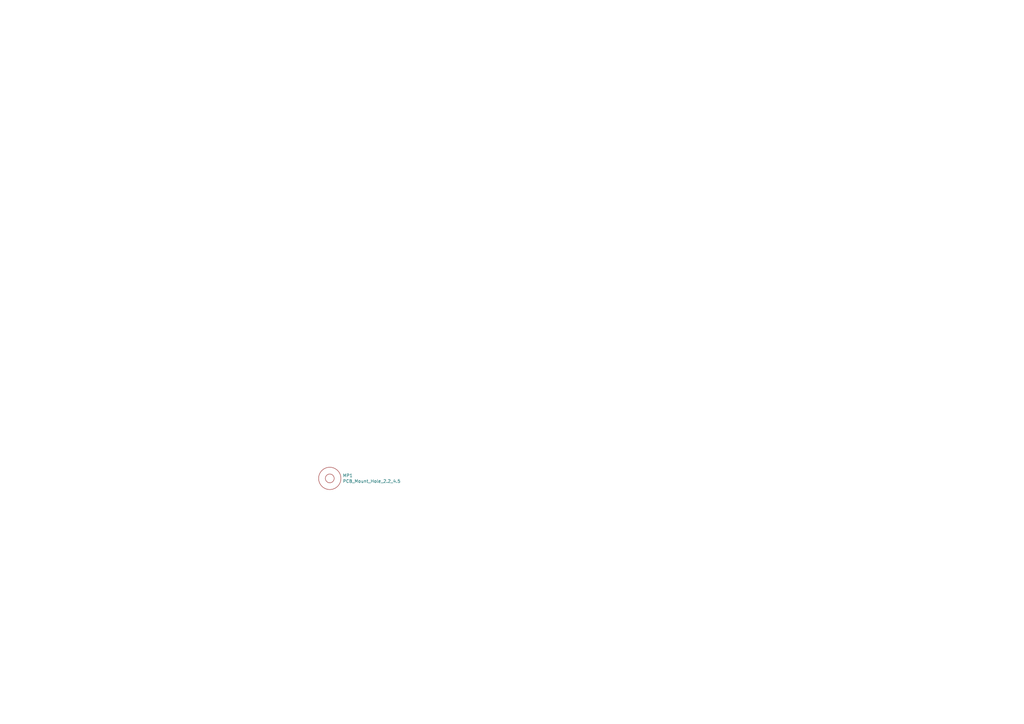
<source format=kicad_sch>
(kicad_sch (version 20210621) (generator eeschema)
  (paper "A3")
  (title_block (title "Scalenode") (rev "1.0.1"))
  (lib_symbols
    (symbol "scalenode:PCB_Mount_Hole_2.2_4.5" (pin_names (offset 1.016))
      (property "Reference" "MP" (at 0 6.35 0))
      (property "Value" "PCB_Mount_Hole_2.2_4.5" (at 0 -6.35 0))
      (symbol "PCB_Mount_Hole_2.2_4.5_0_1"
        (circle (center 0 0) (radius 1.8034))
        (circle (center 0 0) (radius 4.572))
      )
    )
  )
  (symbol (lib_id "scalenode:PCB_Mount_Hole_2.2_4.5") (at 135.255 196.215 0) (unit 1)
    (property "Reference" "MP1" (at 140.5382 195.0466 0) (effects (justify left)))
    (property "Value" "PCB_Mount_Hole_2.2_4.5" (at 140.5382 197.358 0) (effects (justify left)))
    (property "Footprint" "scalenode-footprints:mounting-hole-2.2mm" (effects hide))
  )
)
</source>
